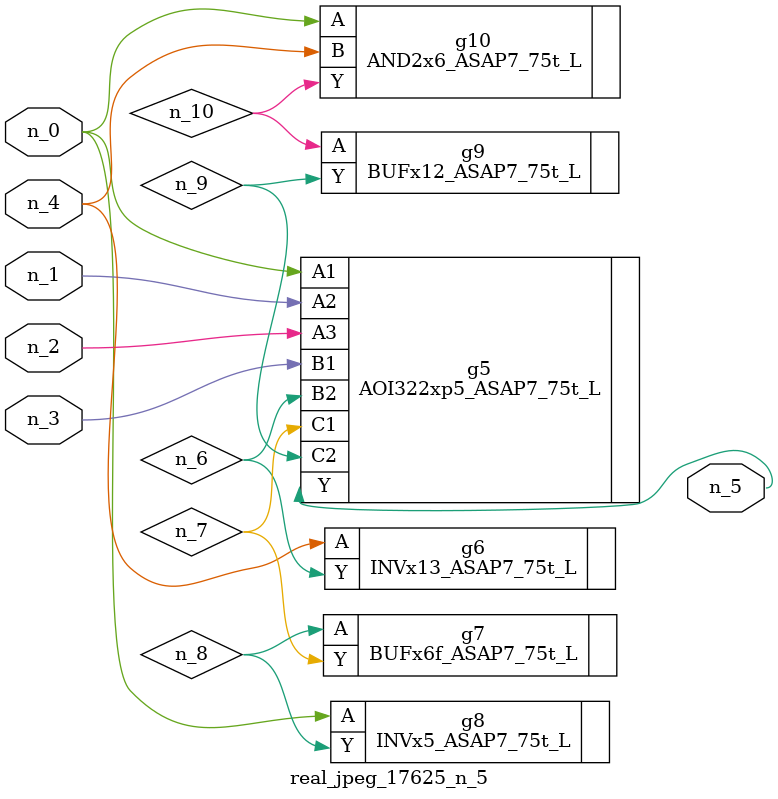
<source format=v>
module real_jpeg_17625_n_5 (n_4, n_0, n_1, n_2, n_3, n_5);

input n_4;
input n_0;
input n_1;
input n_2;
input n_3;

output n_5;

wire n_8;
wire n_6;
wire n_7;
wire n_10;
wire n_9;

AOI322xp5_ASAP7_75t_L g5 ( 
.A1(n_0),
.A2(n_1),
.A3(n_2),
.B1(n_3),
.B2(n_6),
.C1(n_7),
.C2(n_9),
.Y(n_5)
);

INVx5_ASAP7_75t_L g8 ( 
.A(n_0),
.Y(n_8)
);

AND2x6_ASAP7_75t_L g10 ( 
.A(n_0),
.B(n_4),
.Y(n_10)
);

INVx13_ASAP7_75t_L g6 ( 
.A(n_4),
.Y(n_6)
);

BUFx6f_ASAP7_75t_L g7 ( 
.A(n_8),
.Y(n_7)
);

BUFx12_ASAP7_75t_L g9 ( 
.A(n_10),
.Y(n_9)
);


endmodule
</source>
